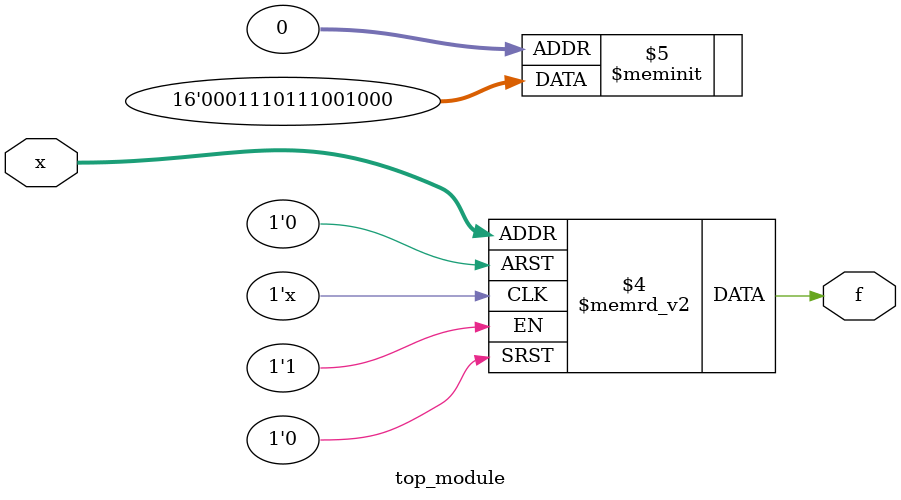
<source format=sv>
module top_module (
    input [4:1] x,
    output logic f
);

always_comb begin
    case (x)
        4'b0000: f = 1'b0; // Treat 0000 as don't-care
        4'b0001: f = 1'b0;
        4'b0010: f = 1'b0; // Treat 0010 as don't-care
        4'b0011: f = 1'b1;
        4'b0100: f = 1'b0; // Treat 0100 as don't-care
        4'b0101: f = 1'b0;
        4'b0110: f = 1'b1; // Treat 0110 as don't-care
        4'b0111: f = 1'b1;
        4'b1000: f = 1'b1; // Treat 1000 as don't-care
        4'b1001: f = 1'b0;
        4'b1010: f = 1'b1; // Treat 1010 as don't-care
        4'b1011: f = 1'b1;
        4'b1100: f = 1'b1; // Treat 1100 as don't-care
        4'b1101: f = 1'b0;
        4'b1110: f = 1'b0; // Treat 1110 as don't-care
        4'b1111: f = 1'b0;
    endcase
end

endmodule

</source>
